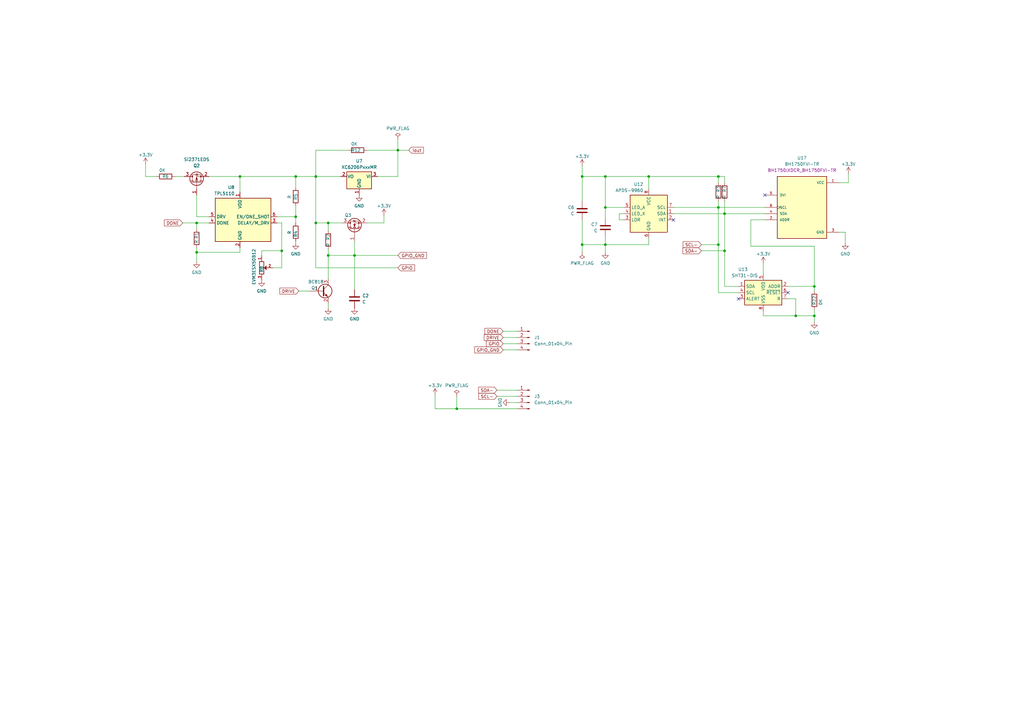
<source format=kicad_sch>
(kicad_sch (version 20230121) (generator eeschema)
  (paper "A3")
  (lib_symbols
    (symbol "BH1750FVI-TR:BH1750FVI-TR" (pin_names (offset 1.016))
      (property "Reference" "U" (at -10.1737 13.462 0))
      (property "Value" "BH1750FVI-TR" (at -9.922 -15.24 0))
      (property "Footprint" "BH1750FVI-TR:XDCR_BH1750FVI-TR" (at 0 0 0))
      (symbol "BH1750FVI-TR_0_0"
        (rectangle (start -10.16 12.7) (end 10.16 -12.7) (stroke (width 0.254)) (fill (type background)))
        (pin power_in line (at 15.24 10.16 180) (length 5.08) (name "VCC") (number "1"))
        (pin input line (at -15.24 -5.08 0) (length 5.08) (name "ADDR") (number "2"))
        (pin power_in line (at 15.24 -10.16 180) (length 5.08) (name "GND") (number "3"))
        (pin bidirectional line (at -15.24 -2.54 0) (length 5.08) (name "SDA") (number "4"))
        (pin input line (at -15.24 5.08 0) (length 5.08) (name "DVI") (number "5"))
        (pin input clock (at -15.24 0 0) (length 5.08) (name "SCL") (number "6"))
      )
    )
    (symbol "Connector:Conn_01x04_Pin" (pin_names (offset 1.016) hide)
      (property "Reference" "J" (at 0 5.08 0))
      (property "Value" "Conn_01x04_Pin" (at 0 -7.62 0))
      (symbol "Conn_01x04_Pin_1_1"
        (polyline (pts (xy 1.27 -5.08) (xy 0.8636 -5.08)) (stroke (width 0.1524)))
        (polyline (pts (xy 1.27 -2.54) (xy 0.8636 -2.54)) (stroke (width 0.1524)))
        (polyline (pts (xy 1.27 0) (xy 0.8636 0)) (stroke (width 0.1524)))
        (polyline (pts (xy 1.27 2.54) (xy 0.8636 2.54)) (stroke (width 0.1524)))
        (rectangle (start 0.8636 -4.953) (end 0 -5.207) (stroke (width 0.1524)) (fill (type outline)))
        (rectangle (start 0.8636 -2.413) (end 0 -2.667) (stroke (width 0.1524)) (fill (type outline)))
        (rectangle (start 0.8636 0.127) (end 0 -0.127) (stroke (width 0.1524)) (fill (type outline)))
        (rectangle (start 0.8636 2.667) (end 0 2.413) (stroke (width 0.1524)) (fill (type outline)))
        (pin passive line (at 5.08 2.54 180) (length 3.81) (name "Pin_1") (number "1"))
        (pin passive line (at 5.08 0 180) (length 3.81) (name "Pin_2") (number "2"))
        (pin passive line (at 5.08 -2.54 180) (length 3.81) (name "Pin_3") (number "3"))
        (pin passive line (at 5.08 -5.08 180) (length 3.81) (name "Pin_4") (number "4"))
      )
    )
    (symbol "Device:C" (pin_numbers hide) (pin_names (offset 0.254))
      (property "Reference" "C" (at 0.635 2.54 0))
      (property "Value" "C" (at 0.635 -2.54 0))
      (symbol "C_0_1"
        (polyline (pts (xy -2.032 -0.762) (xy 2.032 -0.762)) (stroke (width 0.508)))
        (polyline (pts (xy -2.032 0.762) (xy 2.032 0.762)) (stroke (width 0.508)))
      )
      (symbol "C_1_1"
        (pin passive line (at 0 3.81 270) (length 2.794) (name "~") (number "1"))
        (pin passive line (at 0 -3.81 90) (length 2.794) (name "~") (number "2"))
      )
    )
    (symbol "Device:R" (pin_numbers hide) (pin_names (offset 0))
      (property "Reference" "R" (at 2.032 0 90))
      (property "Value" "R" (at 0 0 90))
      (symbol "R_0_1"
        (rectangle (start -1.016 -2.54) (end 1.016 2.54) (stroke (width 0.254)))
      )
      (symbol "R_1_1"
        (pin passive line (at 0 3.81 270) (length 1.27) (name "~") (number "1"))
        (pin passive line (at 0 -3.81 90) (length 1.27) (name "~") (number "2"))
      )
    )
    (symbol "EVM3ESX50B:EVM3ESX50B12" (pin_names (offset 1.016))
      (property "Reference" "R" (at 1.0173 1.2716 0))
      (property "Value" "EVM3ESX50B12" (at 1.0177 -1.2721 0))
      (symbol "EVM3ESX50B12_0_0"
        (polyline (pts (xy -2.54 -0.889) (xy 2.54 -0.889)) (stroke (width 0.254)))
        (polyline (pts (xy -2.54 0.889) (xy -2.54 -0.889)) (stroke (width 0.254)))
        (polyline (pts (xy -0.762 1.905) (xy 0.762 1.905)) (stroke (width 0.1524)))
        (polyline (pts (xy 0 1.143) (xy -0.762 1.905)) (stroke (width 0.1524)))
        (polyline (pts (xy 0 1.143) (xy 0.762 1.905)) (stroke (width 0.1524)))
        (polyline (pts (xy 2.54 -0.889) (xy 2.54 0.889)) (stroke (width 0.254)))
        (polyline (pts (xy 2.54 0.889) (xy -2.54 0.889)) (stroke (width 0.254)))
        (polyline (pts (xy -0.762 1.905) (xy 0 1.143) (xy 0.762 1.905) (xy -0.762 1.905)) (stroke (width 0.1524)) (fill (type outline)))
        (pin passive line (at -5.08 0 0) (length 2.54) (name "~") (number "1"))
        (pin passive line (at 0 4.572 270) (length 2.54) (name "~") (number "2"))
        (pin passive line (at 5.08 0 180) (length 2.54) (name "~") (number "3"))
      )
    )
    (symbol "Regulator_Linear:XC6206PxxxMR" (pin_names (offset 0.254))
      (property "Reference" "U" (at -3.81 3.175 0))
      (property "Value" "XC6206PxxxMR" (at 0 3.175 0))
      (symbol "XC6206PxxxMR_0_1"
        (rectangle (start -5.08 1.905) (end 5.08 -5.08) (stroke (width 0.254)) (fill (type background)))
      )
      (symbol "XC6206PxxxMR_1_1"
        (pin power_in line (at 0 -7.62 90) (length 2.54) (name "GND") (number "1"))
        (pin power_out line (at 7.62 0 180) (length 2.54) (name "VO") (number "2"))
        (pin power_in line (at -7.62 0 0) (length 2.54) (name "VI") (number "3"))
      )
    )
    (symbol "Sensor:APDS-9960"
      (property "Reference" "U" (at -5.08 8.89 0))
      (property "Value" "APDS-9960" (at 6.35 8.89 0))
      (symbol "APDS-9960_0_1"
        (rectangle (start -7.62 7.62) (end 7.62 -7.62) (stroke (width 0.254)) (fill (type background)))
      )
      (symbol "APDS-9960_1_1"
        (pin bidirectional line (at -10.16 0 0) (length 2.54) (name "SDA") (number "1"))
        (pin open_collector line (at -10.16 -2.54 0) (length 2.54) (name "INT") (number "2"))
        (pin passive line (at 10.16 -2.54 180) (length 2.54) (name "LDR") (number "3"))
        (pin passive line (at 10.16 0 180) (length 2.54) (name "LED_K") (number "4"))
        (pin passive line (at 10.16 2.54 180) (length 2.54) (name "LED_A") (number "5"))
        (pin power_in line (at 0 -10.16 90) (length 2.54) (name "GND") (number "6"))
        (pin input line (at -10.16 2.54 0) (length 2.54) (name "SCL") (number "7"))
        (pin power_in line (at 0 10.16 270) (length 2.54) (name "VCC") (number "8"))
      )
    )
    (symbol "Sensor_Humidity:SHT31-DIS"
      (property "Reference" "U" (at -6.35 6.35 0))
      (property "Value" "SHT31-DIS" (at 6.35 6.35 0))
      (symbol "SHT31-DIS_0_1"
        (rectangle (start -7.62 5.08) (end 7.62 -5.08) (stroke (width 0.254)) (fill (type background)))
      )
      (symbol "SHT31-DIS_1_1"
        (pin bidirectional line (at 10.16 2.54 180) (length 2.54) (name "SDA") (number "1"))
        (pin input line (at -10.16 2.54 0) (length 2.54) (name "ADDR") (number "2"))
        (pin output line (at 10.16 -2.54 180) (length 2.54) (name "ALERT") (number "3"))
        (pin input line (at 10.16 0 180) (length 2.54) (name "SCL") (number "4"))
        (pin power_in line (at 0 7.62 270) (length 2.54) (name "VDD") (number "5"))
        (pin input line (at -10.16 0 0) (length 2.54) (name "~{RESET}") (number "6"))
        (pin passive line (at -10.16 -2.54 0) (length 2.54) (name "R") (number "7"))
        (pin power_in line (at 0 -7.62 90) (length 2.54) (name "VSS") (number "8"))
        (pin passive line (at 0 -7.62 90) (length 2.54) hide (name "VSS") (number "9"))
      )
    )
    (symbol "Timer:TPL5110"
      (property "Reference" "U8" (at 2.1941 12.065 0))
      (property "Value" "TPL5110" (at 2.1941 9.525 0))
      (symbol "TPL5110_0_1"
        (rectangle (start -12.7 7.62) (end 10.16 -10.16) (stroke (width 0.254)) (fill (type background)))
      )
      (symbol "TPL5110_1_1"
        (pin bidirectional line (at 0 10.16 270) (length 2.54) (name "VDD") (number "1"))
        (pin power_in line (at 0 -12.7 90) (length 2.54) (name "GND") (number "2"))
        (pin input line (at -15.24 -2.54 0) (length 2.54) (name "DELAY/M_DRV") (number "3"))
        (pin input line (at 12.7 -2.54 180) (length 2.54) (name "DONE") (number "4"))
        (pin output line (at 12.7 0 180) (length 2.54) (name "DRV") (number "5"))
        (pin input line (at -15.24 0 0) (length 2.54) (name "EN/ONE_SHOT") (number "6"))
      )
    )
    (symbol "Transistor_BJT:BC818" (pin_names (offset 0) hide)
      (property "Reference" "Q" (at 5.08 1.905 0))
      (property "Value" "BC818" (at 5.08 0 0))
      (symbol "BC818_0_1"
        (polyline (pts (xy 0.635 0.635) (xy 2.54 2.54)))
        (polyline (pts (xy 0.635 -0.635) (xy 2.54 -2.54) (xy 2.54 -2.54)))
        (polyline (pts (xy 0.635 1.905) (xy 0.635 -1.905) (xy 0.635 -1.905)) (stroke (width 0.508)))
        (polyline (pts (xy 1.27 -1.778) (xy 1.778 -1.27) (xy 2.286 -2.286) (xy 1.27 -1.778) (xy 1.27 -1.778)) (fill (type outline)))
        (circle (center 1.27 0) (radius 2.8194) (stroke (width 0.254)))
      )
      (symbol "BC818_1_1"
        (pin input line (at -5.08 0 0) (length 5.715) (name "B") (number "1"))
        (pin passive line (at 2.54 -5.08 90) (length 2.54) (name "E") (number "2"))
        (pin passive line (at 2.54 5.08 270) (length 2.54) (name "C") (number "3"))
      )
    )
    (symbol "Transistor_FET:AO3400A" (pin_names hide)
      (property "Reference" "Q" (at 5.08 1.905 0))
      (property "Value" "AO3400A" (at 5.08 0 0))
      (symbol "AO3400A_0_1"
        (polyline (pts (xy 0.254 0) (xy -2.54 0)))
        (polyline (pts (xy 0.254 1.905) (xy 0.254 -1.905)) (stroke (width 0.254)))
        (polyline (pts (xy 0.762 -1.27) (xy 0.762 -2.286)) (stroke (width 0.254)))
        (polyline (pts (xy 0.762 0.508) (xy 0.762 -0.508)) (stroke (width 0.254)))
        (polyline (pts (xy 0.762 2.286) (xy 0.762 1.27)) (stroke (width 0.254)))
        (polyline (pts (xy 2.54 2.54) (xy 2.54 1.778)))
        (polyline (pts (xy 2.54 -2.54) (xy 2.54 0) (xy 0.762 0)))
        (polyline (pts (xy 0.762 -1.778) (xy 3.302 -1.778) (xy 3.302 1.778) (xy 0.762 1.778)))
        (polyline (pts (xy 1.016 0) (xy 2.032 0.381) (xy 2.032 -0.381) (xy 1.016 0)) (fill (type outline)))
        (polyline (pts (xy 2.794 0.508) (xy 2.921 0.381) (xy 3.683 0.381) (xy 3.81 0.254)))
        (polyline (pts (xy 3.302 0.381) (xy 2.921 -0.254) (xy 3.683 -0.254) (xy 3.302 0.381)))
        (circle (center 1.651 0) (radius 2.794) (stroke (width 0.254)))
        (circle (center 2.54 -1.778) (radius 0.254) (fill (type outline)))
        (circle (center 2.54 1.778) (radius 0.254) (fill (type outline)))
      )
      (symbol "AO3400A_1_1"
        (pin input line (at -5.08 0 0) (length 2.54) (name "G") (number "1"))
        (pin passive line (at 2.54 -5.08 90) (length 2.54) (name "S") (number "2"))
        (pin passive line (at 2.54 5.08 270) (length 2.54) (name "D") (number "3"))
      )
    )
    (symbol "Transistor_FET:Si2371EDS" (pin_names hide)
      (property "Reference" "Q" (at 5.08 1.905 0))
      (property "Value" "Si2371EDS" (at 5.08 0 0))
      (symbol "Si2371EDS_0_1"
        (polyline (pts (xy 0.254 0) (xy -2.54 0)))
        (polyline (pts (xy 0.254 1.905) (xy 0.254 -1.905)) (stroke (width 0.254)))
        (polyline (pts (xy 0.762 -1.27) (xy 0.762 -2.286)) (stroke (width 0.254)))
        (polyline (pts (xy 0.762 0.508) (xy 0.762 -0.508)) (stroke (width 0.254)))
        (polyline (pts (xy 0.762 2.286) (xy 0.762 1.27)) (stroke (width 0.254)))
        (polyline (pts (xy 2.54 2.54) (xy 2.54 1.778)))
        (polyline (pts (xy 2.54 -2.54) (xy 2.54 0) (xy 0.762 0)))
        (polyline (pts (xy 0.762 1.778) (xy 3.302 1.778) (xy 3.302 -1.778) (xy 0.762 -1.778)))
        (polyline (pts (xy 2.286 0) (xy 1.27 0.381) (xy 1.27 -0.381) (xy 2.286 0)) (fill (type outline)))
        (polyline (pts (xy 2.794 -0.508) (xy 2.921 -0.381) (xy 3.683 -0.381) (xy 3.81 -0.254)))
        (polyline (pts (xy 3.302 -0.381) (xy 2.921 0.254) (xy 3.683 0.254) (xy 3.302 -0.381)))
        (circle (center 1.651 0) (radius 2.794) (stroke (width 0.254)))
        (circle (center 2.54 -1.778) (radius 0.254) (fill (type outline)))
        (circle (center 2.54 1.778) (radius 0.254) (fill (type outline)))
      )
      (symbol "Si2371EDS_1_1"
        (pin input line (at -5.08 0 0) (length 2.54) (name "G") (number "1"))
        (pin passive line (at 2.54 -5.08 90) (length 2.54) (name "S") (number "2"))
        (pin passive line (at 2.54 5.08 270) (length 2.54) (name "D") (number "3"))
      )
    )
    (symbol "power:+3.3V" (power) (pin_names (offset 0))
      (property "Value" "+3.3V" (at 0 3.556 0))
      (symbol "+3.3V_0_1"
        (polyline (pts (xy -0.762 1.27) (xy 0 2.54)))
        (polyline (pts (xy 0 0) (xy 0 2.54)))
        (polyline (pts (xy 0 2.54) (xy 0.762 1.27)))
      )
      (symbol "+3.3V_1_1"
        (pin power_in line (at 0 0 90) (length 0) hide (name "+3.3V") (number "1"))
      )
    )
    (symbol "power:GND" (power) (pin_names (offset 0))
      (property "Value" "GND" (at 0 -3.81 0))
      (symbol "GND_0_1"
        (polyline (pts (xy 0 0) (xy 0 -1.27) (xy 1.27 -1.27) (xy 0 -2.54) (xy -1.27 -1.27) (xy 0 -1.27)))
      )
      (symbol "GND_1_1"
        (pin power_in line (at 0 0 270) (length 0) hide (name "GND") (number "1"))
      )
    )
    (symbol "power:PWR_FLAG" (power) (pin_numbers hide) (pin_names (offset 0) hide)
      (property "Value" "PWR_FLAG" (at 0 3.81 0))
      (symbol "PWR_FLAG_0_0"
        (pin power_out line (at 0 0 90) (length 0) (name "pwr") (number "1"))
      )
      (symbol "PWR_FLAG_0_1"
        (polyline (pts (xy 0 0) (xy 0 1.27) (xy -1.016 1.905) (xy 0 2.54) (xy 1.016 1.905) (xy 0 1.27)))
      )
    )
  )
  (junction (at 248.285 85.09))
  (junction (at 134.62 104.775))
  (junction (at 294.64 100.33))
  (junction (at 266.065 72.39))
  (junction (at 121.285 88.9))
  (junction (at 294.64 85.09))
  (junction (at 294.64 72.39))
  (junction (at 334.01 117.475))
  (junction (at 238.76 100.33))
  (junction (at 297.18 87.63))
  (junction (at 129.54 91.44))
  (junction (at 115.57 102.87))
  (junction (at 80.645 103.505))
  (junction (at 248.285 100.33))
  (junction (at 248.285 72.39))
  (junction (at 80.645 91.44))
  (junction (at 134.62 91.44))
  (junction (at 238.76 72.39))
  (junction (at 187.325 167.64))
  (junction (at 297.18 102.87))
  (junction (at 129.54 72.39))
  (junction (at 326.39 129.54))
  (junction (at 334.01 129.54))
  (junction (at 145.415 104.775))
  (junction (at 121.285 72.39))
  (junction (at 163.195 61.595))
  (junction (at 98.425 72.39))
  (no_connect (at 302.895 122.555))
  (no_connect (at 276.225 90.17))
  (no_connect (at 323.215 120.015))
  (no_connect (at 313.69 80.01))
  (wire (pts (xy 178.435 161.925) (xy 178.435 167.64)))
  (wire (pts (xy 129.54 72.39) (xy 129.54 91.44)))
  (wire (pts (xy 255.905 90.17) (xy 254 90.17)))
  (wire (pts (xy 254 87.63) (xy 255.905 87.63)))
  (wire (pts (xy 294.64 85.09) (xy 294.64 100.33)))
  (wire (pts (xy 121.285 99.06) (xy 121.285 99.695)))
  (wire (pts (xy 334.01 119.38) (xy 334.01 117.475)))
  (wire (pts (xy 203.835 160.02) (xy 212.09 160.02)))
  (wire (pts (xy 163.195 61.595) (xy 163.195 72.39)))
  (wire (pts (xy 121.285 72.39) (xy 98.425 72.39)))
  (wire (pts (xy 80.645 88.9) (xy 80.645 80.01)))
  (wire (pts (xy 254 90.17) (xy 254 87.63)))
  (wire (pts (xy 248.285 85.09) (xy 248.285 89.535)))
  (wire (pts (xy 208.915 165.1) (xy 212.09 165.1)))
  (wire (pts (xy 276.225 87.63) (xy 297.18 87.63)))
  (wire (pts (xy 297.18 74.93) (xy 297.18 72.39)))
  (wire (pts (xy 212.09 140.97) (xy 206.375 140.97)))
  (wire (pts (xy 134.62 124.46) (xy 134.62 126.365)))
  (wire (pts (xy 344.17 95.25) (xy 346.71 95.25)))
  (wire (pts (xy 266.065 97.79) (xy 266.065 100.33)))
  (wire (pts (xy 248.285 103.505) (xy 248.285 100.33)))
  (wire (pts (xy 98.425 103.505) (xy 80.645 103.505)))
  (wire (pts (xy 334.01 129.54) (xy 334.01 132.08)))
  (wire (pts (xy 294.64 100.33) (xy 294.64 120.015)))
  (wire (pts (xy 85.725 88.9) (xy 80.645 88.9)))
  (wire (pts (xy 98.425 72.39) (xy 85.725 72.39)))
  (wire (pts (xy 334.01 129.54) (xy 326.39 129.54)))
  (wire (pts (xy 115.57 91.44) (xy 115.57 102.87)))
  (wire (pts (xy 187.325 167.64) (xy 212.09 167.64)))
  (wire (pts (xy 59.69 67.31) (xy 59.69 72.39)))
  (wire (pts (xy 80.645 101.6) (xy 80.645 103.505)))
  (wire (pts (xy 313.69 90.17) (xy 307.975 90.17)))
  (wire (pts (xy 302.895 117.475) (xy 297.18 117.475)))
  (wire (pts (xy 294.64 72.39) (xy 266.065 72.39)))
  (wire (pts (xy 212.09 138.43) (xy 206.375 138.43)))
  (wire (pts (xy 297.18 102.87) (xy 297.18 117.475)))
  (wire (pts (xy 323.215 122.555) (xy 326.39 122.555)))
  (wire (pts (xy 238.76 72.39) (xy 238.76 82.55)))
  (wire (pts (xy 59.69 72.39) (xy 64.135 72.39)))
  (wire (pts (xy 346.71 95.25) (xy 346.71 99.695)))
  (wire (pts (xy 307.975 90.17) (xy 307.975 100.965)))
  (wire (pts (xy 266.065 72.39) (xy 248.285 72.39)))
  (wire (pts (xy 287.655 100.33) (xy 294.64 100.33)))
  (wire (pts (xy 111.887 109.855) (xy 115.57 109.855)))
  (wire (pts (xy 334.01 117.475) (xy 323.215 117.475)))
  (wire (pts (xy 248.285 97.155) (xy 248.285 100.33)))
  (wire (pts (xy 134.62 91.44) (xy 134.62 94.615)))
  (wire (pts (xy 140.335 91.44) (xy 134.62 91.44)))
  (wire (pts (xy 121.285 84.455) (xy 121.285 88.9)))
  (wire (pts (xy 80.645 91.44) (xy 80.645 93.98)))
  (wire (pts (xy 294.64 85.09) (xy 313.69 85.09)))
  (wire (pts (xy 347.98 71.12) (xy 347.98 74.93)))
  (wire (pts (xy 163.195 61.595) (xy 167.64 61.595)))
  (wire (pts (xy 287.655 102.87) (xy 297.18 102.87)))
  (wire (pts (xy 129.54 61.595) (xy 129.54 72.39)))
  (wire (pts (xy 238.76 100.33) (xy 238.76 103.505)))
  (wire (pts (xy 113.665 88.9) (xy 121.285 88.9)))
  (wire (pts (xy 248.285 72.39) (xy 238.76 72.39)))
  (wire (pts (xy 276.225 85.09) (xy 294.64 85.09)))
  (wire (pts (xy 121.285 72.39) (xy 121.285 76.835)))
  (wire (pts (xy 294.64 82.55) (xy 294.64 85.09)))
  (wire (pts (xy 134.62 104.775) (xy 134.62 114.3)))
  (wire (pts (xy 334.01 127) (xy 334.01 129.54)))
  (wire (pts (xy 347.98 74.93) (xy 344.17 74.93)))
  (wire (pts (xy 313.055 107.95) (xy 313.055 112.395)))
  (wire (pts (xy 145.415 104.775) (xy 163.195 104.775)))
  (wire (pts (xy 334.01 100.965) (xy 334.01 117.475)))
  (wire (pts (xy 98.425 72.39) (xy 98.425 78.74)))
  (wire (pts (xy 85.725 91.44) (xy 80.645 91.44)))
  (wire (pts (xy 313.055 127.635) (xy 313.055 129.54)))
  (wire (pts (xy 187.325 162.56) (xy 187.325 167.64)))
  (wire (pts (xy 248.285 100.33) (xy 238.76 100.33)))
  (wire (pts (xy 121.285 72.39) (xy 129.54 72.39)))
  (wire (pts (xy 115.57 102.87) (xy 115.57 109.855)))
  (wire (pts (xy 294.64 120.015) (xy 302.895 120.015)))
  (wire (pts (xy 212.09 143.51) (xy 206.375 143.51)))
  (wire (pts (xy 297.18 87.63) (xy 313.69 87.63)))
  (wire (pts (xy 203.835 162.56) (xy 212.09 162.56)))
  (wire (pts (xy 157.48 88.265) (xy 157.48 91.44)))
  (wire (pts (xy 129.54 109.855) (xy 163.195 109.855)))
  (wire (pts (xy 297.18 87.63) (xy 297.18 102.87)))
  (wire (pts (xy 80.645 91.44) (xy 74.93 91.44)))
  (wire (pts (xy 145.415 99.06) (xy 145.415 104.775)))
  (wire (pts (xy 80.645 103.505) (xy 80.645 107.315)))
  (wire (pts (xy 107.315 104.775) (xy 107.315 102.87)))
  (wire (pts (xy 154.94 72.39) (xy 163.195 72.39)))
  (wire (pts (xy 212.09 135.89) (xy 206.375 135.89)))
  (wire (pts (xy 255.905 85.09) (xy 248.285 85.09)))
  (wire (pts (xy 157.48 91.44) (xy 150.495 91.44)))
  (wire (pts (xy 248.285 72.39) (xy 248.285 85.09)))
  (wire (pts (xy 307.975 100.965) (xy 334.01 100.965)))
  (wire (pts (xy 113.665 91.44) (xy 115.57 91.44)))
  (wire (pts (xy 326.39 129.54) (xy 313.055 129.54)))
  (wire (pts (xy 145.415 104.775) (xy 145.415 118.745)))
  (wire (pts (xy 297.18 82.55) (xy 297.18 87.63)))
  (wire (pts (xy 297.18 72.39) (xy 294.64 72.39)))
  (wire (pts (xy 266.065 72.39) (xy 266.065 77.47)))
  (wire (pts (xy 122.555 119.38) (xy 127 119.38)))
  (wire (pts (xy 134.62 104.775) (xy 145.415 104.775)))
  (wire (pts (xy 326.39 122.555) (xy 326.39 129.54)))
  (wire (pts (xy 98.425 101.6) (xy 98.425 103.505)))
  (wire (pts (xy 129.54 61.595) (xy 142.875 61.595)))
  (wire (pts (xy 150.495 61.595) (xy 163.195 61.595)))
  (wire (pts (xy 238.76 100.33) (xy 238.76 90.17)))
  (wire (pts (xy 266.065 100.33) (xy 248.285 100.33)))
  (wire (pts (xy 107.315 102.87) (xy 115.57 102.87)))
  (wire (pts (xy 163.195 57.15) (xy 163.195 61.595)))
  (wire (pts (xy 134.62 102.235) (xy 134.62 104.775)))
  (wire (pts (xy 294.64 72.39) (xy 294.64 74.93)))
  (wire (pts (xy 121.285 88.9) (xy 121.285 91.44)))
  (wire (pts (xy 129.54 72.39) (xy 139.7 72.39)))
  (wire (pts (xy 187.325 167.64) (xy 178.435 167.64)))
  (wire (pts (xy 238.76 67.945) (xy 238.76 72.39)))
  (wire (pts (xy 129.54 91.44) (xy 134.62 91.44)))
  (wire (pts (xy 71.755 72.39) (xy 75.565 72.39)))
  (wire (pts (xy 129.54 109.855) (xy 129.54 91.44)))
  (global_label "DONE" (shape input) (at 206.375 135.89 180) (property "Intersheetrefs" "${INTERSHEET_REFS}" (effects hide)))
  (global_label "DRIVE" (shape input) (at 122.555 119.38 180) (property "Intersheetrefs" "${INTERSHEET_REFS}" (effects hide)))
  (global_label "SDA-" (shape input) (at 287.655 102.87 180) (property "Intersheetrefs" "${INTERSHEET_REFS}" (effects hide)))
  (global_label "GPIO_GND" (shape input) (at 163.195 104.775 0) (property "Intersheetrefs" "${INTERSHEET_REFS}" (effects hide)))
  (global_label "GPIO" (shape input) (at 206.375 140.97 180) (property "Intersheetrefs" "${INTERSHEET_REFS}" (effects hide)))
  (global_label "GPIO_GND" (shape input) (at 206.375 143.51 180) (property "Intersheetrefs" "${INTERSHEET_REFS}" (effects hide)))
  (global_label "SDA-" (shape input) (at 203.835 160.02 180) (property "Intersheetrefs" "${INTERSHEET_REFS}" (effects hide)))
  (global_label "GPIO" (shape input) (at 163.195 109.855 0) (property "Intersheetrefs" "${INTERSHEET_REFS}" (effects hide)))
  (global_label "SCL-" (shape input) (at 203.835 162.56 180) (property "Intersheetrefs" "${INTERSHEET_REFS}" (effects hide)))
  (global_label "SCL-" (shape input) (at 287.655 100.33 180) (property "Intersheetrefs" "${INTERSHEET_REFS}" (effects hide)))
  (global_label "DONE" (shape input) (at 74.93 91.44 180) (property "Intersheetrefs" "${INTERSHEET_REFS}" (effects hide)))
  (global_label "DRIVE" (shape input) (at 206.375 138.43 180) (property "Intersheetrefs" "${INTERSHEET_REFS}" (effects hide)))
  (global_label "iout" (shape input) (at 167.64 61.595 0) (property "Intersheetrefs" "${INTERSHEET_REFS}" (effects hide)))
  (symbol (lib_id "Device:R") (at 80.645 97.79 180) (unit 1)
    (property "Reference" "R1" (at 80.645 95.25 90) (effects (justify left)))
    (property "Value" "R" (at 80.645 98.425 90) (effects (justify left)))
    (property "Footprint" "Resistor_SMD:R_0603_1608Metric" (effects hide))
  )
  (symbol (lib_id "power:+3.3V") (at 347.98 71.12 0) (mirror y) (unit 1)
    (property "Reference" "#PWR013" (effects hide))
    (property "Value" "+3.3V" (at 347.98 67.31 0))
  )
  (symbol (lib_id "power:GND") (at 147.32 80.01 0) (unit 1)
    (property "Reference" "#PWR021" (effects hide))
    (property "Value" "GND" (at 147.32 84.455 0))
  )
  (symbol (lib_id "Transistor_FET:Si2371EDS") (at 80.645 74.93 90) (unit 1)
    (property "Reference" "Q2" (at 80.645 67.945 90))
    (property "Value" "Si2371EDS" (at 80.645 65.405 90))
    (property "Footprint" "Package_TO_SOT_SMD:SOT-23" (effects hide))
    (property "Datasheet" "http://www.vishay.com/docs/63924/si2371eds.pdf" (effects hide))
  )
  (symbol (lib_id "Timer:TPL5110") (at 98.425 88.9 0) (mirror y) (unit 1)
    (property "Reference" "U8" (at 96.2309 76.835 0) (effects (justify left)))
    (property "Value" "TPL5110" (at 96.2309 79.375 0) (effects (justify left)))
    (property "Footprint" "Package_TO_SOT_SMD:SOT-23-6" (effects hide))
    (property "Datasheet" "http://www.ti.com/lit/ds/symlink/tpl5110.pdf" (effects hide))
  )
  (symbol (lib_id "power:PWR_FLAG") (at 163.195 57.15 0) (mirror y) (unit 1)
    (property "Reference" "#FLG03" (effects hide))
    (property "Value" "PWR_FLAG" (at 163.195 52.705 0))
  )
  (symbol (lib_id "power:GND") (at 145.415 126.365 0) (unit 1)
    (property "Reference" "#PWR07" (effects hide))
    (property "Value" "GND" (at 145.415 130.81 0))
  )
  (symbol (lib_id "power:GND") (at 121.285 99.695 0) (unit 1)
    (property "Reference" "#PWR05" (effects hide))
    (property "Value" "GND" (at 121.285 104.14 0))
  )
  (symbol (lib_id "EVM3ESX50B:EVM3ESX50B12") (at 107.315 109.855 270) (unit 1)
    (property "Reference" "R8" (at 107.315 111.76 0) (effects (justify right)))
    (property "Value" "EVM3ESX50B12" (at 104.14 116.84 0) (effects (justify right)))
    (property "Footprint" "EVM3ES:EMV3ESX50B12" (effects hide))
    (property "MF" "Panasonic" (effects hide))
    (property "Description" "\nRes Cermet Trimmer 100 Ohm 25% 3/20W 1(Elec)/1(Mech)Turns (3.1 x 3.8 x 1.62mm) Foot Print SMD T/R\n" (effects hide))
    (property "Package" "None" (effects hide))
    (property "Price" "None" (effects hide))
    (property "SnapEDA_Link" "https://www.snapeda.com/parts/EVM3ESX50B12/Panasonic/view-part/?ref=snap" (effects hide))
    (property "MP" "EVM3ESX50B12" (effects hide))
    (property "Availability" "Not in stock" (effects hide))
    (property "Check_prices" "https://www.snapeda.com/parts/EVM3ESX50B12/Panasonic/view-part/?ref=eda" (effects hide))
  )
  (symbol (lib_id "Connector:Conn_01x04_Pin") (at 217.17 138.43 0) (mirror y) (unit 1)
    (property "Reference" "J1" (at 219.075 138.43 0) (effects (justify right)))
    (property "Value" "Conn_01x04_Pin" (at 219.075 140.97 0) (effects (justify right)))
    (property "Footprint" "Connector_PinSocket_2.54mm:PinSocket_1x04_P2.54mm_Vertical" (effects hide))
  )
  (symbol (lib_id "Transistor_FET:AO3400A") (at 145.415 93.98 90) (unit 1)
    (property "Reference" "Q3" (at 144.145 88.265 90) (effects (justify left)))
    (property "Value" "AO3400A" (effects hide))
    (property "Footprint" "Package_TO_SOT_SMD:SOT-23" (effects hide))
    (property "Datasheet" "http://www.aosmd.com/pdfs/datasheet/AO3400A.pdf" (effects hide))
  )
  (symbol (lib_id "Sensor:APDS-9960") (at 266.065 87.63 0) (mirror y) (unit 1)
    (property "Reference" "U12" (at 263.8709 75.565 0) (effects (justify left)))
    (property "Value" "APDS-9960" (at 263.8709 78.105 0) (effects (justify left)))
    (property "Footprint" "Sensor:Avago_APDS-9960" (effects hide))
    (property "Datasheet" "https://docs.broadcom.com/doc/AV02-4191EN" (effects hide))
  )
  (symbol (lib_id "power:GND") (at 248.285 103.505 0) (unit 1)
    (property "Reference" "#PWR024" (effects hide))
    (property "Value" "GND" (at 248.285 107.95 0))
  )
  (symbol (lib_id "Device:R") (at 121.285 80.645 0) (mirror x) (unit 1)
    (property "Reference" "R5" (at 121.285 79.375 90) (effects (justify left)))
    (property "Value" "R" (at 118.745 80.01 90) (effects (justify left)))
    (property "Footprint" "Resistor_SMD:R_0603_1608Metric" (effects hide))
  )
  (symbol (lib_id "Transistor_BJT:BC818") (at 132.08 119.38 0) (unit 1)
    (property "Reference" "Q1" (at 127.635 118.11 0) (effects (justify left)))
    (property "Value" "BC818" (at 126.365 115.57 0) (effects (justify left)))
    (property "Footprint" "Package_TO_SOT_SMD:SOT-23" (effects hide))
    (property "Datasheet" "https://www.onsemi.com/pub/Collateral/BC818-D.pdf" (effects hide))
  )
  (symbol (lib_id "Device:C") (at 248.285 93.345 0) (mirror y) (unit 1)
    (property "Reference" "C7" (at 245.11 92.075 0) (effects (justify left)))
    (property "Value" "C" (at 245.11 94.615 0) (effects (justify left)))
    (property "Footprint" "Capacitor_SMD:C_0603_1608Metric" (effects hide))
  )
  (symbol (lib_id "Device:R") (at 294.64 78.74 180) (unit 1)
    (property "Reference" "R3" (at 294.64 76.2 90) (effects (justify left)))
    (property "Value" "R" (at 294.64 80.01 90) (effects (justify left)))
    (property "Footprint" "Resistor_SMD:R_0603_1608Metric" (effects hide))
  )
  (symbol (lib_id "power:PWR_FLAG") (at 187.325 162.56 0) (mirror y) (unit 1)
    (property "Reference" "#FLG04" (effects hide))
    (property "Value" "PWR_FLAG" (at 187.325 158.115 0))
  )
  (symbol (lib_id "power:GND") (at 208.915 165.1 270) (mirror x) (unit 1)
    (property "Reference" "#PWR011" (effects hide))
    (property "Value" "GND" (at 205.105 165.1 0))
  )
  (symbol (lib_id "Device:C") (at 238.76 86.36 0) (mirror y) (unit 1)
    (property "Reference" "C6" (at 235.585 85.09 0) (effects (justify left)))
    (property "Value" "C" (at 235.585 87.63 0) (effects (justify left)))
    (property "Footprint" "Capacitor_SMD:C_0603_1608Metric" (effects hide))
  )
  (symbol (lib_id "Device:R") (at 121.285 95.25 180) (unit 1)
    (property "Reference" "R4" (at 121.285 94.615 90) (effects (justify left)))
    (property "Value" "R" (at 118.745 94.615 90) (effects (justify left)))
    (property "Footprint" "Resistor_SMD:R_0603_1608Metric" (effects hide))
  )
  (symbol (lib_id "power:GND") (at 107.315 114.935 0) (mirror y) (unit 1)
    (property "Reference" "#PWR023" (effects hide))
    (property "Value" "GND" (at 107.315 119.38 0))
  )
  (symbol (lib_id "Device:R") (at 146.685 61.595 90) (mirror x) (unit 1)
    (property "Reference" "R12" (at 147.955 61.595 90) (effects (justify left)))
    (property "Value" "0K" (at 146.685 59.055 90) (effects (justify left)))
    (property "Footprint" "Resistor_SMD:R_0603_1608Metric" (effects hide))
  )
  (symbol (lib_id "Device:R") (at 134.62 98.425 180) (unit 1)
    (property "Reference" "R2" (at 134.62 95.885 90) (effects (justify left)))
    (property "Value" "R" (at 134.62 99.695 90) (effects (justify left)))
    (property "Footprint" "Resistor_SMD:R_0603_1608Metric" (effects hide))
  )
  (symbol (lib_id "power:GND") (at 334.01 132.08 0) (unit 1)
    (property "Reference" "#PWR033" (effects hide))
    (property "Value" "GND" (at 334.01 136.525 0))
  )
  (symbol (lib_id "power:+3.3V") (at 59.69 67.31 0) (mirror y) (unit 1)
    (property "Reference" "#PWR04" (effects hide))
    (property "Value" "+3.3V" (at 59.69 63.5 0))
  )
  (symbol (lib_id "BH1750FVI-TR:BH1750FVI-TR") (at 328.93 85.09 0) (unit 1)
    (property "Reference" "U17" (at 328.93 64.77 0))
    (property "Value" "BH1750FVI-TR" (at 328.93 67.31 0))
    (property "Footprint" "BH1750:XDCR_BH1750FVI-TR" (at 328.93 69.85 0))
    (property "MF" "Rohm" (effects hide))
    (property "MAXIMUM_PACKAGE_HEIGHT" "0.75mm" (effects hide))
    (property "Package" "SMD-6 ROHM Semiconductor" (effects hide))
    (property "Price" "None" (effects hide))
    (property "Check_prices" "https://www.snapeda.com/parts/BH1750FVI-TR/Rohm/view-part/?ref=eda" (effects hide))
    (property "STANDARD" "Manufacturer recommendations" (effects hide))
    (property "PARTREV" "D" (effects hide))
    (property "SnapEDA_Link" "https://www.snapeda.com/parts/BH1750FVI-TR/Rohm/view-part/?ref=snap" (effects hide))
    (property "MP" "BH1750FVI-TR" (effects hide))
    (property "Purchase-URL" "https://www.snapeda.com/api/url_track_click_mouser/?unipart_id=106507&manufacturer=Rohm&part_name=BH1750FVI-TR&search_term=None" (effects hide))
    (property "Description" "\nOptical Sensor Ambient 560nm I²C 6-SMD, Flat Lead Exposed Pad\n" (effects hide))
    (property "Availability" "In Stock" (effects hide))
    (property "MANUFACTURER" "Rohm" (effects hide))
  )
  (symbol (lib_id "Device:R") (at 297.18 78.74 180) (unit 1)
    (property "Reference" "R7" (at 297.18 76.2 90) (effects (justify left)))
    (property "Value" "R" (at 297.18 80.01 90) (effects (justify left)))
    (property "Footprint" "Resistor_SMD:R_0603_1608Metric" (effects hide))
  )
  (symbol (lib_id "Device:C") (at 145.415 122.555 0) (unit 1)
    (property "Reference" "C2" (at 148.59 121.285 0) (effects (justify left)))
    (property "Value" "C" (at 148.59 123.825 0) (effects (justify left)))
    (property "Footprint" "Capacitor_SMD:C_0603_1608Metric" (effects hide))
  )
  (symbol (lib_id "power:GND") (at 134.62 126.365 0) (unit 1)
    (property "Reference" "#PWR01" (effects hide))
    (property "Value" "GND" (at 134.62 130.81 0))
  )
  (symbol (lib_id "Sensor_Humidity:SHT31-DIS") (at 313.055 120.015 0) (mirror y) (unit 1)
    (property "Reference" "U13" (at 306.705 110.49 0) (effects (justify left)))
    (property "Value" "SHT31-DIS" (at 310.8609 113.03 0) (effects (justify left)))
    (property "Footprint" "Sensor_Humidity:Sensirion_DFN-8-1EP_2.5x2.5mm_P0.5mm_EP1.1x1.7mm" (effects hide))
    (property "Datasheet" "https://www.sensirion.com/fileadmin/user_upload/customers/sensirion/Dokumente/2_Humidity_Sensors/Datasheets/Sensirion_Humidity_Sensors_SHT3x_Datasheet_digital.pdf" (effects hide))
  )
  (symbol (lib_id "Connector:Conn_01x04_Pin") (at 217.17 162.56 0) (mirror y) (unit 1)
    (property "Reference" "J3" (at 219.075 162.56 0) (effects (justify right)))
    (property "Value" "Conn_01x04_Pin" (at 219.075 165.1 0) (effects (justify right)))
    (property "Footprint" "Connector_PinSocket_2.54mm:PinSocket_1x04_P2.54mm_Vertical" (effects hide))
  )
  (symbol (lib_id "power:GND") (at 80.645 107.315 0) (unit 1)
    (property "Reference" "#PWR06" (effects hide))
    (property "Value" "GND" (at 80.645 111.76 0))
  )
  (symbol (lib_id "power:GND") (at 346.71 99.695 0) (mirror y) (unit 1)
    (property "Reference" "#PWR045" (effects hide))
    (property "Value" "GND" (at 346.71 104.14 0))
  )
  (symbol (lib_id "power:PWR_FLAG") (at 238.76 103.505 180) (unit 1)
    (property "Reference" "#FLG01" (effects hide))
    (property "Value" "PWR_FLAG" (at 238.76 107.95 0))
  )
  (symbol (lib_id "Device:R") (at 67.945 72.39 90) (mirror x) (unit 1)
    (property "Reference" "R6" (at 69.215 72.39 90) (effects (justify left)))
    (property "Value" "0K" (at 67.945 69.85 90) (effects (justify left)))
    (property "Footprint" "Resistor_SMD:R_0603_1608Metric" (effects hide))
  )
  (symbol (lib_id "power:+3.3V") (at 238.76 67.945 0) (mirror y) (unit 1)
    (property "Reference" "#PWR02" (effects hide))
    (property "Value" "+3.3V" (at 238.76 64.135 0))
  )
  (symbol (lib_id "power:+3.3V") (at 313.055 107.95 0) (unit 1)
    (property "Reference" "#PWR03" (effects hide))
    (property "Value" "+3.3V" (at 313.055 104.14 0))
  )
  (symbol (lib_id "Regulator_Linear:XC6206PxxxMR") (at 147.32 72.39 0) (mirror y) (unit 1)
    (property "Reference" "U7" (at 147.32 66.04 0))
    (property "Value" "XC6206PxxxMR" (at 147.32 68.58 0))
    (property "Footprint" "Package_TO_SOT_SMD:SOT-23-3" (effects hide))
    (property "Datasheet" "https://www.torexsemi.com/file/xc6206/XC6206.pdf" (effects hide))
  )
  (symbol (lib_id "power:+3.3V") (at 178.435 161.925 0) (mirror y) (unit 1)
    (property "Reference" "#PWR010" (effects hide))
    (property "Value" "+3.3V" (at 178.435 158.115 0))
  )
  (symbol (lib_id "Device:R") (at 334.01 123.19 0) (mirror x) (unit 1)
    (property "Reference" "R22" (at 334.01 121.285 90) (effects (justify left)))
    (property "Value" "0K" (at 336.55 122.555 90) (effects (justify left)))
    (property "Footprint" "Resistor_SMD:R_0603_1608Metric" (effects hide))
  )
  (symbol (lib_id "power:+3.3V") (at 157.48 88.265 0) (unit 1)
    (property "Reference" "#PWR016" (effects hide))
    (property "Value" "+3.3V" (at 157.48 84.455 0))
  )
)
</source>
